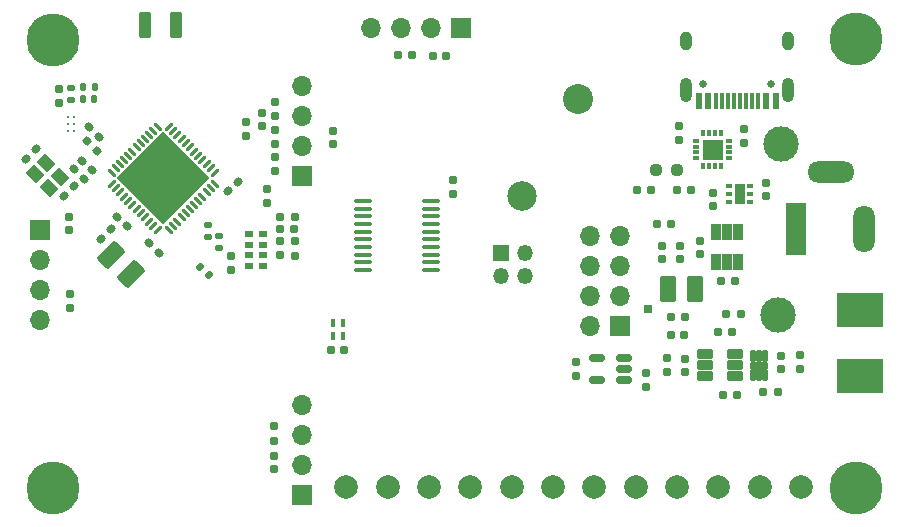
<source format=gts>
G04 #@! TF.GenerationSoftware,KiCad,Pcbnew,8.0.4*
G04 #@! TF.CreationDate,2024-09-20T11:31:15-05:00*
G04 #@! TF.ProjectId,spudglo_driver_v8p0,73707564-676c-46f5-9f64-72697665725f,rev?*
G04 #@! TF.SameCoordinates,Original*
G04 #@! TF.FileFunction,Soldermask,Top*
G04 #@! TF.FilePolarity,Negative*
%FSLAX46Y46*%
G04 Gerber Fmt 4.6, Leading zero omitted, Abs format (unit mm)*
G04 Created by KiCad (PCBNEW 8.0.4) date 2024-09-20 11:31:15*
%MOMM*%
%LPD*%
G01*
G04 APERTURE LIST*
G04 Aperture macros list*
%AMRoundRect*
0 Rectangle with rounded corners*
0 $1 Rounding radius*
0 $2 $3 $4 $5 $6 $7 $8 $9 X,Y pos of 4 corners*
0 Add a 4 corners polygon primitive as box body*
4,1,4,$2,$3,$4,$5,$6,$7,$8,$9,$2,$3,0*
0 Add four circle primitives for the rounded corners*
1,1,$1+$1,$2,$3*
1,1,$1+$1,$4,$5*
1,1,$1+$1,$6,$7*
1,1,$1+$1,$8,$9*
0 Add four rect primitives between the rounded corners*
20,1,$1+$1,$2,$3,$4,$5,0*
20,1,$1+$1,$4,$5,$6,$7,0*
20,1,$1+$1,$6,$7,$8,$9,0*
20,1,$1+$1,$8,$9,$2,$3,0*%
%AMRotRect*
0 Rectangle, with rotation*
0 The origin of the aperture is its center*
0 $1 length*
0 $2 width*
0 $3 Rotation angle, in degrees counterclockwise*
0 Add horizontal line*
21,1,$1,$2,0,0,$3*%
G04 Aperture macros list end*
%ADD10R,1.700000X1.700000*%
%ADD11O,1.700000X1.700000*%
%ADD12R,0.355600X0.711200*%
%ADD13RoundRect,0.160000X-0.044194X-0.270468X0.270468X0.044194X0.044194X0.270468X-0.270468X-0.044194X0*%
%ADD14RoundRect,0.098000X0.609000X0.294000X-0.609000X0.294000X-0.609000X-0.294000X0.609000X-0.294000X0*%
%ADD15R,1.350000X1.350000*%
%ADD16O,1.350000X1.350000*%
%ADD17RoundRect,0.155000X-0.259862X0.040659X0.040659X-0.259862X0.259862X-0.040659X-0.040659X0.259862X0*%
%ADD18RoundRect,0.155000X0.155000X-0.212500X0.155000X0.212500X-0.155000X0.212500X-0.155000X-0.212500X0*%
%ADD19RoundRect,0.155000X0.212500X0.155000X-0.212500X0.155000X-0.212500X-0.155000X0.212500X-0.155000X0*%
%ADD20RoundRect,0.155000X-0.155000X0.212500X-0.155000X-0.212500X0.155000X-0.212500X0.155000X0.212500X0*%
%ADD21RoundRect,0.160000X0.160000X-0.197500X0.160000X0.197500X-0.160000X0.197500X-0.160000X-0.197500X0*%
%ADD22RoundRect,0.062500X0.220971X0.309359X-0.309359X-0.220971X-0.220971X-0.309359X0.309359X0.220971X0*%
%ADD23RoundRect,0.062500X-0.220971X0.309359X-0.309359X0.220971X0.220971X-0.309359X0.309359X-0.220971X0*%
%ADD24RotRect,5.600000X5.600000X225.000000*%
%ADD25RoundRect,0.250001X0.928076X0.274004X0.274004X0.928076X-0.928076X-0.274004X-0.274004X-0.928076X0*%
%ADD26C,4.500000*%
%ADD27R,4.000000X3.000000*%
%ADD28RoundRect,0.160000X-0.197500X-0.160000X0.197500X-0.160000X0.197500X0.160000X-0.197500X0.160000X0*%
%ADD29RoundRect,0.160000X0.197500X0.160000X-0.197500X0.160000X-0.197500X-0.160000X0.197500X-0.160000X0*%
%ADD30RoundRect,0.237500X-0.250000X-0.237500X0.250000X-0.237500X0.250000X0.237500X-0.250000X0.237500X0*%
%ADD31RoundRect,0.155000X0.259862X-0.040659X-0.040659X0.259862X-0.259862X0.040659X0.040659X-0.259862X0*%
%ADD32R,0.203200X0.203200*%
%ADD33RoundRect,0.147500X0.172500X-0.147500X0.172500X0.147500X-0.172500X0.147500X-0.172500X-0.147500X0*%
%ADD34RoundRect,0.155000X0.040659X0.259862X-0.259862X-0.040659X-0.040659X-0.259862X0.259862X0.040659X0*%
%ADD35RoundRect,0.102000X0.310000X0.610000X-0.310000X0.610000X-0.310000X-0.610000X0.310000X-0.610000X0*%
%ADD36RoundRect,0.155000X-0.212500X-0.155000X0.212500X-0.155000X0.212500X0.155000X-0.212500X0.155000X0*%
%ADD37RoundRect,0.160000X-0.160000X0.197500X-0.160000X-0.197500X0.160000X-0.197500X0.160000X0.197500X0*%
%ADD38RoundRect,0.147500X0.147500X0.172500X-0.147500X0.172500X-0.147500X-0.172500X0.147500X-0.172500X0*%
%ADD39C,2.500000*%
%ADD40C,2.540000*%
%ADD41C,3.000000*%
%ADD42R,1.800000X4.400000*%
%ADD43O,1.800000X4.000000*%
%ADD44O,4.000000X1.800000*%
%ADD45C,0.650000*%
%ADD46R,0.600000X1.450000*%
%ADD47R,0.300000X1.450000*%
%ADD48O,1.000000X2.100000*%
%ADD49O,1.000000X1.600000*%
%ADD50RoundRect,0.155000X-0.040659X-0.259862X0.259862X0.040659X0.040659X0.259862X-0.259862X-0.040659X0*%
%ADD51R,0.470000X0.400000*%
%ADD52R,0.950000X1.700000*%
%ADD53R,0.625000X0.300000*%
%ADD54R,0.300000X0.625000*%
%ADD55RoundRect,0.250001X0.462499X0.849999X-0.462499X0.849999X-0.462499X-0.849999X0.462499X-0.849999X0*%
%ADD56RoundRect,0.160000X0.252791X-0.026517X-0.026517X0.252791X-0.252791X0.026517X0.026517X-0.252791X0*%
%ADD57RotRect,1.000000X1.200000X225.000000*%
%ADD58RoundRect,0.135000X0.226274X0.035355X0.035355X0.226274X-0.226274X-0.035355X-0.035355X-0.226274X0*%
%ADD59RoundRect,0.135000X0.185000X-0.135000X0.185000X0.135000X-0.185000X0.135000X-0.185000X-0.135000X0*%
%ADD60C,0.407200*%
%ADD61C,2.000000*%
%ADD62RoundRect,0.059250X-0.177750X0.422750X-0.177750X-0.422750X0.177750X-0.422750X0.177750X0.422750X0*%
%ADD63RoundRect,0.102000X-0.630000X0.250000X-0.630000X-0.250000X0.630000X-0.250000X0.630000X0.250000X0*%
%ADD64RoundRect,0.150000X0.512500X0.150000X-0.512500X0.150000X-0.512500X-0.150000X0.512500X-0.150000X0*%
%ADD65RoundRect,0.100000X-0.637500X-0.100000X0.637500X-0.100000X0.637500X0.100000X-0.637500X0.100000X0*%
%ADD66R,0.800000X0.500000*%
%ADD67RoundRect,0.102000X-0.400000X-1.000000X0.400000X-1.000000X0.400000X1.000000X-0.400000X1.000000X0*%
G04 APERTURE END LIST*
D10*
X92660003Y-175530003D03*
D11*
X92660003Y-172990003D03*
X92660003Y-170450003D03*
X92660003Y-167910003D03*
D10*
X92685005Y-148547503D03*
D11*
X92685005Y-146007503D03*
X92685005Y-143467503D03*
X92685005Y-140927503D03*
D10*
X106107503Y-135964996D03*
D11*
X103567503Y-135964996D03*
X101027503Y-135964996D03*
X98487503Y-135964996D03*
D10*
X70529997Y-153109997D03*
D11*
X70529997Y-155649997D03*
X70529997Y-158189997D03*
X70529997Y-160729997D03*
D12*
X96109998Y-162040000D03*
X95310000Y-162040000D03*
X95310000Y-160941602D03*
X96109998Y-160941602D03*
D13*
X75695181Y-153834819D03*
X76504819Y-153025181D03*
D14*
X129300000Y-165490000D03*
X129300000Y-164540000D03*
X129300000Y-163590000D03*
X126790000Y-163590000D03*
X126790000Y-164540000D03*
X126790000Y-165490000D03*
D15*
X109550000Y-155020000D03*
D16*
X111550000Y-155020000D03*
X109550000Y-157020000D03*
X111550000Y-157020000D03*
D17*
X79751283Y-154231283D03*
X80553849Y-155033849D03*
D18*
X125080000Y-165127500D03*
X125080000Y-163992500D03*
D19*
X96235000Y-163280000D03*
X95100000Y-163280000D03*
D20*
X86680000Y-155312500D03*
X86680000Y-156447500D03*
D21*
X134820000Y-164885000D03*
X134820000Y-163690000D03*
D22*
X85305122Y-148233813D03*
X84951569Y-147880260D03*
X84598015Y-147526706D03*
X84244462Y-147173153D03*
X83890909Y-146819600D03*
X83537355Y-146466046D03*
X83183802Y-146112493D03*
X82830248Y-145758939D03*
X82476695Y-145405386D03*
X82123141Y-145051833D03*
X81769588Y-144698279D03*
X81416035Y-144344726D03*
D23*
X80443763Y-144344726D03*
X80090210Y-144698279D03*
X79736656Y-145051833D03*
X79383103Y-145405386D03*
X79029550Y-145758939D03*
X78675996Y-146112493D03*
X78322443Y-146466046D03*
X77968889Y-146819600D03*
X77615336Y-147173153D03*
X77261783Y-147526707D03*
X76908229Y-147880260D03*
X76554676Y-148233813D03*
D22*
X76554676Y-149206085D03*
X76908229Y-149559638D03*
X77261783Y-149913192D03*
X77615336Y-150266745D03*
X77968889Y-150620298D03*
X78322443Y-150973852D03*
X78675996Y-151327405D03*
X79029550Y-151680959D03*
X79383103Y-152034512D03*
X79736657Y-152388065D03*
X80090210Y-152741619D03*
X80443763Y-153095172D03*
D23*
X81416035Y-153095172D03*
X81769588Y-152741619D03*
X82123142Y-152388065D03*
X82476695Y-152034512D03*
X82830248Y-151680959D03*
X83183802Y-151327405D03*
X83537355Y-150973852D03*
X83890909Y-150620298D03*
X84244462Y-150266745D03*
X84598015Y-149913191D03*
X84951569Y-149559638D03*
X85305122Y-149206085D03*
D24*
X80929899Y-148719949D03*
D20*
X95280000Y-144680000D03*
X95280000Y-145815000D03*
D25*
X78174024Y-156834024D03*
X76530000Y-155190000D03*
D20*
X121811250Y-165243750D03*
X121811250Y-166378750D03*
D18*
X133270000Y-164880000D03*
X133270000Y-163745000D03*
D21*
X90400000Y-143460000D03*
X90400000Y-142265000D03*
D18*
X72920000Y-153115000D03*
X72920000Y-151980000D03*
D20*
X126380000Y-153995000D03*
X126380000Y-155130000D03*
D19*
X129325001Y-157439998D03*
X128190001Y-157439998D03*
D26*
X139540000Y-174930000D03*
D27*
X139960000Y-159880000D03*
X139960000Y-165480000D03*
D28*
X131750000Y-166790000D03*
X132945000Y-166790000D03*
D18*
X87950000Y-145110000D03*
X87950000Y-143975000D03*
D29*
X129065000Y-161750000D03*
X127870000Y-161750000D03*
D30*
X122627500Y-147980000D03*
X124452500Y-147980000D03*
D28*
X100805000Y-138320000D03*
X102000000Y-138320000D03*
D31*
X75452566Y-145182566D03*
X74650000Y-144380000D03*
D29*
X121040000Y-149700000D03*
X122235000Y-149700000D03*
D19*
X104885000Y-138360000D03*
X103750000Y-138360000D03*
D32*
X72870000Y-143503001D03*
X72870000Y-144090000D03*
X72870000Y-144676999D03*
X73378000Y-144676999D03*
X73378000Y-144090000D03*
X73378000Y-143503001D03*
D33*
X73150000Y-142050000D03*
X73150000Y-141080000D03*
D31*
X74202566Y-148762566D03*
X73400000Y-147960000D03*
D34*
X73351283Y-149398717D03*
X72548717Y-150201283D03*
D35*
X129600000Y-153240000D03*
X128650000Y-153240000D03*
X127700000Y-153240000D03*
X127700000Y-155840000D03*
X128650000Y-155840000D03*
X129600000Y-155840000D03*
D36*
X122772500Y-152560000D03*
X123907500Y-152560000D03*
D21*
X123540000Y-165137500D03*
X123540000Y-163942500D03*
D29*
X125625000Y-149700000D03*
X124430000Y-149700000D03*
D37*
X90820000Y-154030000D03*
X90820000Y-155225000D03*
D18*
X123150000Y-155565000D03*
X123150000Y-154430000D03*
D37*
X90330000Y-169735000D03*
X90330000Y-170930000D03*
D38*
X75110000Y-141010000D03*
X74140000Y-141010000D03*
D19*
X129475000Y-167040000D03*
X128340000Y-167040000D03*
D18*
X90330000Y-173370000D03*
X90330000Y-172235000D03*
D11*
X117075000Y-153585000D03*
X119615000Y-153585000D03*
X117075000Y-156125000D03*
X119615000Y-156125000D03*
X117075000Y-158665000D03*
X119615000Y-158665000D03*
X117075000Y-161205000D03*
D10*
X119615000Y-161205000D03*
D37*
X92050000Y-154070000D03*
X92050000Y-155265000D03*
D39*
X111294999Y-150223223D03*
D40*
X116060000Y-141970000D03*
D38*
X75105000Y-142010000D03*
X74135000Y-142010000D03*
D26*
X139540000Y-136950000D03*
D41*
X132960000Y-160260000D03*
D36*
X123920000Y-162000000D03*
X125055000Y-162000000D03*
D29*
X92045000Y-151970000D03*
X90850000Y-151970000D03*
D20*
X124620000Y-145455000D03*
X124620000Y-144320000D03*
D21*
X90430000Y-148080000D03*
X90430000Y-146885000D03*
D42*
X134480000Y-152980000D03*
D43*
X140280000Y-152980000D03*
D44*
X137480000Y-148180000D03*
D17*
X77048717Y-151958717D03*
X77851283Y-152761283D03*
D45*
X132410000Y-140740000D03*
X126630000Y-140740000D03*
D46*
X132770000Y-142185000D03*
X131970000Y-142185000D03*
D47*
X130770000Y-142185000D03*
X129770000Y-142185000D03*
X129270000Y-142185000D03*
X128270000Y-142185000D03*
D46*
X127070000Y-142185000D03*
X126270000Y-142185000D03*
X126270000Y-142185000D03*
X127070000Y-142185000D03*
D47*
X127770001Y-142185000D03*
X128770000Y-142185000D03*
X130270000Y-142185000D03*
X131269999Y-142185000D03*
D46*
X131970000Y-142185000D03*
X132770000Y-142185000D03*
D48*
X133840000Y-141270001D03*
D49*
X133840000Y-137090000D03*
D48*
X125200000Y-141270001D03*
D49*
X125200000Y-137090000D03*
D20*
X131980000Y-149122500D03*
X131980000Y-150257500D03*
D50*
X69348717Y-147051283D03*
X70151283Y-146248717D03*
D28*
X123890000Y-160460000D03*
X125085000Y-160460000D03*
D31*
X74882566Y-148052566D03*
X74080000Y-147250000D03*
D51*
X130635000Y-150690001D03*
X130634999Y-150040001D03*
X130635000Y-149390001D03*
X128805000Y-149390001D03*
X128805000Y-150040001D03*
X128805000Y-150690001D03*
D52*
X129720000Y-150040000D03*
D37*
X89720000Y-149645000D03*
X89720000Y-150840000D03*
D53*
X126052306Y-145530000D03*
X126052306Y-146030000D03*
X126052306Y-146530000D03*
X126052306Y-147030000D03*
D54*
X126659806Y-147697500D03*
X127159806Y-147697500D03*
X127659806Y-147697500D03*
X128159806Y-147697500D03*
D53*
X128827305Y-147030000D03*
X128827305Y-146530000D03*
X128827305Y-146030000D03*
X128827306Y-145530000D03*
D54*
X128159807Y-144922500D03*
X127659806Y-144922500D03*
X127159806Y-144922500D03*
X126659805Y-144922500D03*
D10*
X127434806Y-146305000D03*
D18*
X90410000Y-145780000D03*
X90410000Y-144645000D03*
D29*
X92035000Y-152980000D03*
X90840000Y-152980000D03*
D55*
X125950000Y-158110000D03*
X123625000Y-158110000D03*
D56*
X75280000Y-146420000D03*
X74435008Y-145575008D03*
D57*
X72179239Y-148640761D03*
X70977158Y-147438680D03*
X70057919Y-148357919D03*
X71260000Y-149560000D03*
D58*
X84801248Y-156911248D03*
X84080000Y-156190000D03*
D37*
X73050000Y-158500000D03*
X73050000Y-159695000D03*
D59*
X85660000Y-154610000D03*
X85660000Y-153590002D03*
D50*
X86450000Y-149820000D03*
X87252566Y-149017434D03*
D26*
X71630000Y-174900000D03*
D18*
X115901250Y-165436250D03*
X115901250Y-164301250D03*
X89320000Y-144305000D03*
X89320000Y-143170000D03*
D60*
X121763600Y-159990000D03*
X121763600Y-159583600D03*
X122170000Y-159990000D03*
X122170000Y-159583600D03*
D29*
X129807500Y-160190000D03*
X128612500Y-160190000D03*
D37*
X72120000Y-141130000D03*
X72120000Y-142325000D03*
D61*
X134930000Y-174830000D03*
X131430000Y-174830000D03*
X127930000Y-174830000D03*
X124430000Y-174830000D03*
X120930000Y-174830000D03*
X117430000Y-174830000D03*
X113930000Y-174830000D03*
X110430000Y-174830000D03*
X106930000Y-174830000D03*
X103430000Y-174830000D03*
X99930000Y-174830000D03*
X96430000Y-174830000D03*
D59*
X84700000Y-153689998D03*
X84700000Y-152670000D03*
D62*
X131860000Y-163800000D03*
X131360000Y-163800000D03*
X130860000Y-163800000D03*
X130860000Y-165360000D03*
X131360000Y-165360000D03*
X131860000Y-165360000D03*
D63*
X131360000Y-164580000D03*
D64*
X119938750Y-165831250D03*
X119938750Y-164881250D03*
X119938750Y-163931250D03*
X117663750Y-163931250D03*
X117663750Y-165831250D03*
D65*
X97832499Y-150636396D03*
X97832499Y-151286396D03*
X97832499Y-151936396D03*
X97832499Y-152586396D03*
X97832499Y-153236396D03*
X97832499Y-153886396D03*
X97832499Y-154536396D03*
X97832499Y-155186396D03*
X97832499Y-155836396D03*
X97832499Y-156486396D03*
X103557499Y-156486396D03*
X103557499Y-155836396D03*
X103557499Y-155186396D03*
X103557499Y-154536396D03*
X103557499Y-153886396D03*
X103557499Y-153236396D03*
X103557499Y-152586396D03*
X103557499Y-151936396D03*
X103557499Y-151286396D03*
X103557499Y-150636396D03*
D66*
X88200000Y-153440000D03*
X88200000Y-154340000D03*
X88200000Y-155240000D03*
X88200000Y-156140000D03*
X89399999Y-156140000D03*
X89399999Y-155240000D03*
X89400000Y-154340000D03*
X89400000Y-153440000D03*
D67*
X79345000Y-135740000D03*
X82045000Y-135740000D03*
D26*
X71620000Y-136980000D03*
D41*
X133220000Y-145790000D03*
D20*
X127470000Y-149952500D03*
X127470000Y-151087500D03*
D18*
X124700000Y-155595000D03*
X124700000Y-154460000D03*
X105424999Y-150028896D03*
X105424999Y-148893896D03*
X130140000Y-145717500D03*
X130140000Y-144582500D03*
M02*

</source>
